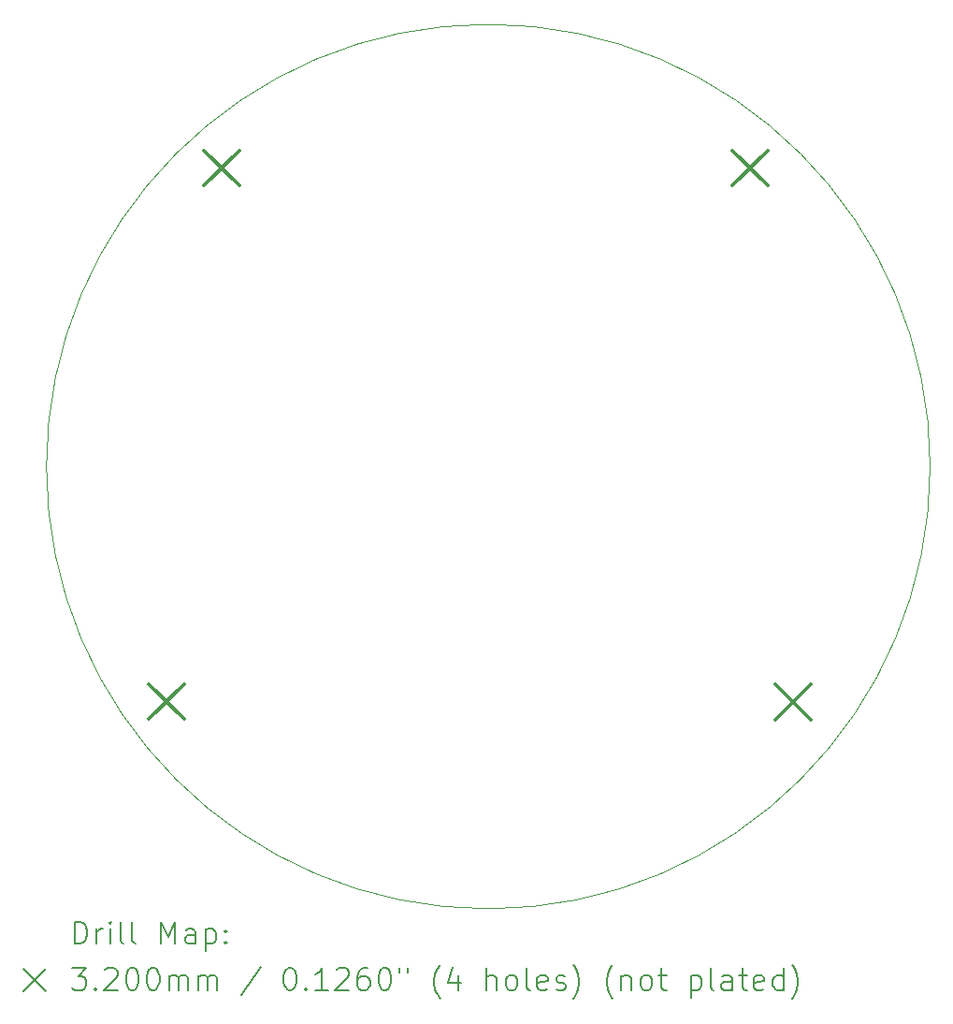
<source format=gbr>
%TF.GenerationSoftware,KiCad,Pcbnew,(6.0.9)*%
%TF.CreationDate,2023-02-05T00:50:20+02:00*%
%TF.ProjectId,power dis,706f7765-7220-4646-9973-2e6b69636164,rev?*%
%TF.SameCoordinates,Original*%
%TF.FileFunction,Drillmap*%
%TF.FilePolarity,Positive*%
%FSLAX45Y45*%
G04 Gerber Fmt 4.5, Leading zero omitted, Abs format (unit mm)*
G04 Created by KiCad (PCBNEW (6.0.9)) date 2023-02-05 00:50:20*
%MOMM*%
%LPD*%
G01*
G04 APERTURE LIST*
%ADD10C,0.100000*%
%ADD11C,0.200000*%
%ADD12C,0.320000*%
G04 APERTURE END LIST*
D10*
X24000000Y-6000000D02*
G75*
G03*
X24000000Y-6000000I-4000000J0D01*
G01*
D11*
D12*
X16929120Y-7965460D02*
X17249120Y-8285460D01*
X17249120Y-7965460D02*
X16929120Y-8285460D01*
X17426960Y-3139460D02*
X17746960Y-3459460D01*
X17746960Y-3139460D02*
X17426960Y-3459460D01*
X22212320Y-3139460D02*
X22532320Y-3459460D01*
X22532320Y-3139460D02*
X22212320Y-3459460D01*
X22595860Y-7970540D02*
X22915860Y-8290540D01*
X22915860Y-7970540D02*
X22595860Y-8290540D01*
D11*
X16252619Y-10315476D02*
X16252619Y-10115476D01*
X16300238Y-10115476D01*
X16328809Y-10125000D01*
X16347857Y-10144048D01*
X16357381Y-10163095D01*
X16366905Y-10201190D01*
X16366905Y-10229762D01*
X16357381Y-10267857D01*
X16347857Y-10286905D01*
X16328809Y-10305952D01*
X16300238Y-10315476D01*
X16252619Y-10315476D01*
X16452619Y-10315476D02*
X16452619Y-10182143D01*
X16452619Y-10220238D02*
X16462143Y-10201190D01*
X16471667Y-10191667D01*
X16490714Y-10182143D01*
X16509762Y-10182143D01*
X16576428Y-10315476D02*
X16576428Y-10182143D01*
X16576428Y-10115476D02*
X16566905Y-10125000D01*
X16576428Y-10134524D01*
X16585952Y-10125000D01*
X16576428Y-10115476D01*
X16576428Y-10134524D01*
X16700238Y-10315476D02*
X16681190Y-10305952D01*
X16671667Y-10286905D01*
X16671667Y-10115476D01*
X16805000Y-10315476D02*
X16785952Y-10305952D01*
X16776428Y-10286905D01*
X16776428Y-10115476D01*
X17033571Y-10315476D02*
X17033571Y-10115476D01*
X17100238Y-10258333D01*
X17166905Y-10115476D01*
X17166905Y-10315476D01*
X17347857Y-10315476D02*
X17347857Y-10210714D01*
X17338333Y-10191667D01*
X17319286Y-10182143D01*
X17281190Y-10182143D01*
X17262143Y-10191667D01*
X17347857Y-10305952D02*
X17328810Y-10315476D01*
X17281190Y-10315476D01*
X17262143Y-10305952D01*
X17252619Y-10286905D01*
X17252619Y-10267857D01*
X17262143Y-10248810D01*
X17281190Y-10239286D01*
X17328810Y-10239286D01*
X17347857Y-10229762D01*
X17443095Y-10182143D02*
X17443095Y-10382143D01*
X17443095Y-10191667D02*
X17462143Y-10182143D01*
X17500238Y-10182143D01*
X17519286Y-10191667D01*
X17528810Y-10201190D01*
X17538333Y-10220238D01*
X17538333Y-10277381D01*
X17528810Y-10296429D01*
X17519286Y-10305952D01*
X17500238Y-10315476D01*
X17462143Y-10315476D01*
X17443095Y-10305952D01*
X17624048Y-10296429D02*
X17633571Y-10305952D01*
X17624048Y-10315476D01*
X17614524Y-10305952D01*
X17624048Y-10296429D01*
X17624048Y-10315476D01*
X17624048Y-10191667D02*
X17633571Y-10201190D01*
X17624048Y-10210714D01*
X17614524Y-10201190D01*
X17624048Y-10191667D01*
X17624048Y-10210714D01*
X15795000Y-10545000D02*
X15995000Y-10745000D01*
X15995000Y-10545000D02*
X15795000Y-10745000D01*
X16233571Y-10535476D02*
X16357381Y-10535476D01*
X16290714Y-10611667D01*
X16319286Y-10611667D01*
X16338333Y-10621190D01*
X16347857Y-10630714D01*
X16357381Y-10649762D01*
X16357381Y-10697381D01*
X16347857Y-10716429D01*
X16338333Y-10725952D01*
X16319286Y-10735476D01*
X16262143Y-10735476D01*
X16243095Y-10725952D01*
X16233571Y-10716429D01*
X16443095Y-10716429D02*
X16452619Y-10725952D01*
X16443095Y-10735476D01*
X16433571Y-10725952D01*
X16443095Y-10716429D01*
X16443095Y-10735476D01*
X16528809Y-10554524D02*
X16538333Y-10545000D01*
X16557381Y-10535476D01*
X16605000Y-10535476D01*
X16624048Y-10545000D01*
X16633571Y-10554524D01*
X16643095Y-10573571D01*
X16643095Y-10592619D01*
X16633571Y-10621190D01*
X16519286Y-10735476D01*
X16643095Y-10735476D01*
X16766905Y-10535476D02*
X16785952Y-10535476D01*
X16805000Y-10545000D01*
X16814524Y-10554524D01*
X16824048Y-10573571D01*
X16833571Y-10611667D01*
X16833571Y-10659286D01*
X16824048Y-10697381D01*
X16814524Y-10716429D01*
X16805000Y-10725952D01*
X16785952Y-10735476D01*
X16766905Y-10735476D01*
X16747857Y-10725952D01*
X16738333Y-10716429D01*
X16728809Y-10697381D01*
X16719286Y-10659286D01*
X16719286Y-10611667D01*
X16728809Y-10573571D01*
X16738333Y-10554524D01*
X16747857Y-10545000D01*
X16766905Y-10535476D01*
X16957381Y-10535476D02*
X16976429Y-10535476D01*
X16995476Y-10545000D01*
X17005000Y-10554524D01*
X17014524Y-10573571D01*
X17024048Y-10611667D01*
X17024048Y-10659286D01*
X17014524Y-10697381D01*
X17005000Y-10716429D01*
X16995476Y-10725952D01*
X16976429Y-10735476D01*
X16957381Y-10735476D01*
X16938333Y-10725952D01*
X16928810Y-10716429D01*
X16919286Y-10697381D01*
X16909762Y-10659286D01*
X16909762Y-10611667D01*
X16919286Y-10573571D01*
X16928810Y-10554524D01*
X16938333Y-10545000D01*
X16957381Y-10535476D01*
X17109762Y-10735476D02*
X17109762Y-10602143D01*
X17109762Y-10621190D02*
X17119286Y-10611667D01*
X17138333Y-10602143D01*
X17166905Y-10602143D01*
X17185952Y-10611667D01*
X17195476Y-10630714D01*
X17195476Y-10735476D01*
X17195476Y-10630714D02*
X17205000Y-10611667D01*
X17224048Y-10602143D01*
X17252619Y-10602143D01*
X17271667Y-10611667D01*
X17281190Y-10630714D01*
X17281190Y-10735476D01*
X17376429Y-10735476D02*
X17376429Y-10602143D01*
X17376429Y-10621190D02*
X17385952Y-10611667D01*
X17405000Y-10602143D01*
X17433571Y-10602143D01*
X17452619Y-10611667D01*
X17462143Y-10630714D01*
X17462143Y-10735476D01*
X17462143Y-10630714D02*
X17471667Y-10611667D01*
X17490714Y-10602143D01*
X17519286Y-10602143D01*
X17538333Y-10611667D01*
X17547857Y-10630714D01*
X17547857Y-10735476D01*
X17938333Y-10525952D02*
X17766905Y-10783095D01*
X18195476Y-10535476D02*
X18214524Y-10535476D01*
X18233571Y-10545000D01*
X18243095Y-10554524D01*
X18252619Y-10573571D01*
X18262143Y-10611667D01*
X18262143Y-10659286D01*
X18252619Y-10697381D01*
X18243095Y-10716429D01*
X18233571Y-10725952D01*
X18214524Y-10735476D01*
X18195476Y-10735476D01*
X18176429Y-10725952D01*
X18166905Y-10716429D01*
X18157381Y-10697381D01*
X18147857Y-10659286D01*
X18147857Y-10611667D01*
X18157381Y-10573571D01*
X18166905Y-10554524D01*
X18176429Y-10545000D01*
X18195476Y-10535476D01*
X18347857Y-10716429D02*
X18357381Y-10725952D01*
X18347857Y-10735476D01*
X18338333Y-10725952D01*
X18347857Y-10716429D01*
X18347857Y-10735476D01*
X18547857Y-10735476D02*
X18433571Y-10735476D01*
X18490714Y-10735476D02*
X18490714Y-10535476D01*
X18471667Y-10564048D01*
X18452619Y-10583095D01*
X18433571Y-10592619D01*
X18624048Y-10554524D02*
X18633571Y-10545000D01*
X18652619Y-10535476D01*
X18700238Y-10535476D01*
X18719286Y-10545000D01*
X18728810Y-10554524D01*
X18738333Y-10573571D01*
X18738333Y-10592619D01*
X18728810Y-10621190D01*
X18614524Y-10735476D01*
X18738333Y-10735476D01*
X18909762Y-10535476D02*
X18871667Y-10535476D01*
X18852619Y-10545000D01*
X18843095Y-10554524D01*
X18824048Y-10583095D01*
X18814524Y-10621190D01*
X18814524Y-10697381D01*
X18824048Y-10716429D01*
X18833571Y-10725952D01*
X18852619Y-10735476D01*
X18890714Y-10735476D01*
X18909762Y-10725952D01*
X18919286Y-10716429D01*
X18928810Y-10697381D01*
X18928810Y-10649762D01*
X18919286Y-10630714D01*
X18909762Y-10621190D01*
X18890714Y-10611667D01*
X18852619Y-10611667D01*
X18833571Y-10621190D01*
X18824048Y-10630714D01*
X18814524Y-10649762D01*
X19052619Y-10535476D02*
X19071667Y-10535476D01*
X19090714Y-10545000D01*
X19100238Y-10554524D01*
X19109762Y-10573571D01*
X19119286Y-10611667D01*
X19119286Y-10659286D01*
X19109762Y-10697381D01*
X19100238Y-10716429D01*
X19090714Y-10725952D01*
X19071667Y-10735476D01*
X19052619Y-10735476D01*
X19033571Y-10725952D01*
X19024048Y-10716429D01*
X19014524Y-10697381D01*
X19005000Y-10659286D01*
X19005000Y-10611667D01*
X19014524Y-10573571D01*
X19024048Y-10554524D01*
X19033571Y-10545000D01*
X19052619Y-10535476D01*
X19195476Y-10535476D02*
X19195476Y-10573571D01*
X19271667Y-10535476D02*
X19271667Y-10573571D01*
X19566905Y-10811667D02*
X19557381Y-10802143D01*
X19538333Y-10773571D01*
X19528810Y-10754524D01*
X19519286Y-10725952D01*
X19509762Y-10678333D01*
X19509762Y-10640238D01*
X19519286Y-10592619D01*
X19528810Y-10564048D01*
X19538333Y-10545000D01*
X19557381Y-10516429D01*
X19566905Y-10506905D01*
X19728810Y-10602143D02*
X19728810Y-10735476D01*
X19681190Y-10525952D02*
X19633571Y-10668810D01*
X19757381Y-10668810D01*
X19985952Y-10735476D02*
X19985952Y-10535476D01*
X20071667Y-10735476D02*
X20071667Y-10630714D01*
X20062143Y-10611667D01*
X20043095Y-10602143D01*
X20014524Y-10602143D01*
X19995476Y-10611667D01*
X19985952Y-10621190D01*
X20195476Y-10735476D02*
X20176429Y-10725952D01*
X20166905Y-10716429D01*
X20157381Y-10697381D01*
X20157381Y-10640238D01*
X20166905Y-10621190D01*
X20176429Y-10611667D01*
X20195476Y-10602143D01*
X20224048Y-10602143D01*
X20243095Y-10611667D01*
X20252619Y-10621190D01*
X20262143Y-10640238D01*
X20262143Y-10697381D01*
X20252619Y-10716429D01*
X20243095Y-10725952D01*
X20224048Y-10735476D01*
X20195476Y-10735476D01*
X20376429Y-10735476D02*
X20357381Y-10725952D01*
X20347857Y-10706905D01*
X20347857Y-10535476D01*
X20528810Y-10725952D02*
X20509762Y-10735476D01*
X20471667Y-10735476D01*
X20452619Y-10725952D01*
X20443095Y-10706905D01*
X20443095Y-10630714D01*
X20452619Y-10611667D01*
X20471667Y-10602143D01*
X20509762Y-10602143D01*
X20528810Y-10611667D01*
X20538333Y-10630714D01*
X20538333Y-10649762D01*
X20443095Y-10668810D01*
X20614524Y-10725952D02*
X20633571Y-10735476D01*
X20671667Y-10735476D01*
X20690714Y-10725952D01*
X20700238Y-10706905D01*
X20700238Y-10697381D01*
X20690714Y-10678333D01*
X20671667Y-10668810D01*
X20643095Y-10668810D01*
X20624048Y-10659286D01*
X20614524Y-10640238D01*
X20614524Y-10630714D01*
X20624048Y-10611667D01*
X20643095Y-10602143D01*
X20671667Y-10602143D01*
X20690714Y-10611667D01*
X20766905Y-10811667D02*
X20776429Y-10802143D01*
X20795476Y-10773571D01*
X20805000Y-10754524D01*
X20814524Y-10725952D01*
X20824048Y-10678333D01*
X20824048Y-10640238D01*
X20814524Y-10592619D01*
X20805000Y-10564048D01*
X20795476Y-10545000D01*
X20776429Y-10516429D01*
X20766905Y-10506905D01*
X21128810Y-10811667D02*
X21119286Y-10802143D01*
X21100238Y-10773571D01*
X21090714Y-10754524D01*
X21081190Y-10725952D01*
X21071667Y-10678333D01*
X21071667Y-10640238D01*
X21081190Y-10592619D01*
X21090714Y-10564048D01*
X21100238Y-10545000D01*
X21119286Y-10516429D01*
X21128810Y-10506905D01*
X21205000Y-10602143D02*
X21205000Y-10735476D01*
X21205000Y-10621190D02*
X21214524Y-10611667D01*
X21233571Y-10602143D01*
X21262143Y-10602143D01*
X21281190Y-10611667D01*
X21290714Y-10630714D01*
X21290714Y-10735476D01*
X21414524Y-10735476D02*
X21395476Y-10725952D01*
X21385952Y-10716429D01*
X21376429Y-10697381D01*
X21376429Y-10640238D01*
X21385952Y-10621190D01*
X21395476Y-10611667D01*
X21414524Y-10602143D01*
X21443095Y-10602143D01*
X21462143Y-10611667D01*
X21471667Y-10621190D01*
X21481190Y-10640238D01*
X21481190Y-10697381D01*
X21471667Y-10716429D01*
X21462143Y-10725952D01*
X21443095Y-10735476D01*
X21414524Y-10735476D01*
X21538333Y-10602143D02*
X21614524Y-10602143D01*
X21566905Y-10535476D02*
X21566905Y-10706905D01*
X21576429Y-10725952D01*
X21595476Y-10735476D01*
X21614524Y-10735476D01*
X21833571Y-10602143D02*
X21833571Y-10802143D01*
X21833571Y-10611667D02*
X21852619Y-10602143D01*
X21890714Y-10602143D01*
X21909762Y-10611667D01*
X21919286Y-10621190D01*
X21928810Y-10640238D01*
X21928810Y-10697381D01*
X21919286Y-10716429D01*
X21909762Y-10725952D01*
X21890714Y-10735476D01*
X21852619Y-10735476D01*
X21833571Y-10725952D01*
X22043095Y-10735476D02*
X22024048Y-10725952D01*
X22014524Y-10706905D01*
X22014524Y-10535476D01*
X22205000Y-10735476D02*
X22205000Y-10630714D01*
X22195476Y-10611667D01*
X22176429Y-10602143D01*
X22138333Y-10602143D01*
X22119286Y-10611667D01*
X22205000Y-10725952D02*
X22185952Y-10735476D01*
X22138333Y-10735476D01*
X22119286Y-10725952D01*
X22109762Y-10706905D01*
X22109762Y-10687857D01*
X22119286Y-10668810D01*
X22138333Y-10659286D01*
X22185952Y-10659286D01*
X22205000Y-10649762D01*
X22271667Y-10602143D02*
X22347857Y-10602143D01*
X22300238Y-10535476D02*
X22300238Y-10706905D01*
X22309762Y-10725952D01*
X22328810Y-10735476D01*
X22347857Y-10735476D01*
X22490714Y-10725952D02*
X22471667Y-10735476D01*
X22433571Y-10735476D01*
X22414524Y-10725952D01*
X22405000Y-10706905D01*
X22405000Y-10630714D01*
X22414524Y-10611667D01*
X22433571Y-10602143D01*
X22471667Y-10602143D01*
X22490714Y-10611667D01*
X22500238Y-10630714D01*
X22500238Y-10649762D01*
X22405000Y-10668810D01*
X22671667Y-10735476D02*
X22671667Y-10535476D01*
X22671667Y-10725952D02*
X22652619Y-10735476D01*
X22614524Y-10735476D01*
X22595476Y-10725952D01*
X22585952Y-10716429D01*
X22576428Y-10697381D01*
X22576428Y-10640238D01*
X22585952Y-10621190D01*
X22595476Y-10611667D01*
X22614524Y-10602143D01*
X22652619Y-10602143D01*
X22671667Y-10611667D01*
X22747857Y-10811667D02*
X22757381Y-10802143D01*
X22776428Y-10773571D01*
X22785952Y-10754524D01*
X22795476Y-10725952D01*
X22805000Y-10678333D01*
X22805000Y-10640238D01*
X22795476Y-10592619D01*
X22785952Y-10564048D01*
X22776428Y-10545000D01*
X22757381Y-10516429D01*
X22747857Y-10506905D01*
M02*

</source>
